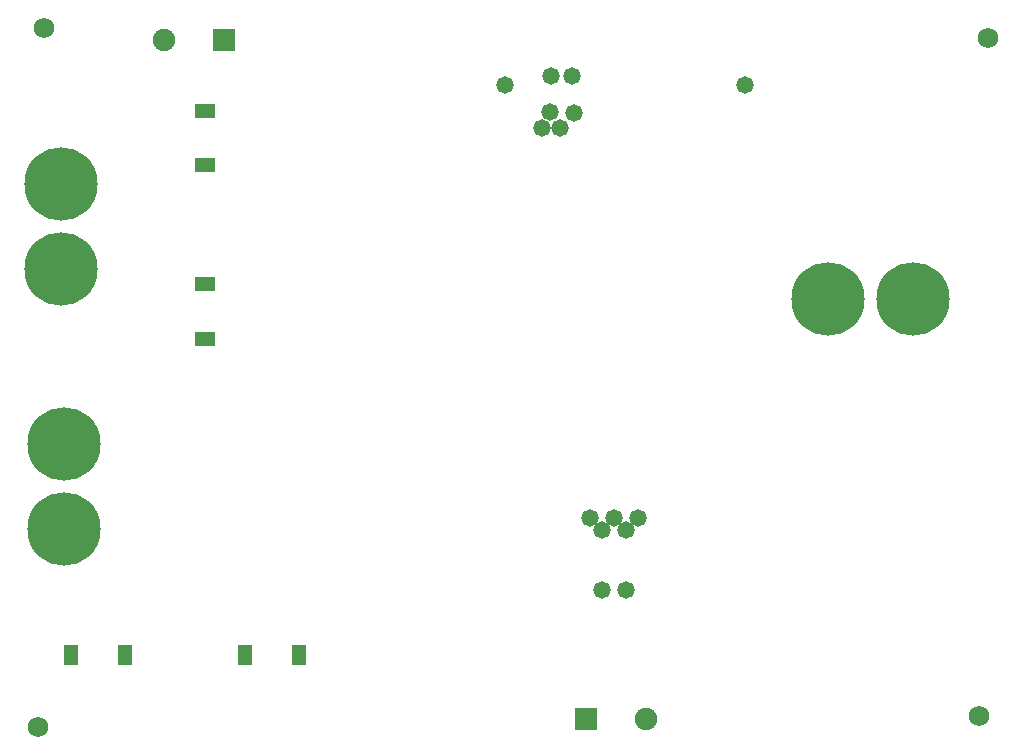
<source format=gbr>
%TF.GenerationSoftware,Altium Limited,Altium Designer,19.1.8 (144)*%
G04 Layer_Color=16711935*
%FSLAX26Y26*%
%MOIN*%
%TF.FileFunction,Soldermask,Bot*%
%TF.Part,Single*%
G01*
G75*
%TA.AperFunction,ComponentPad*%
%ADD36R,0.067055X0.047370*%
%ADD37R,0.047370X0.067055*%
%ADD38C,0.244220*%
%TA.AperFunction,ViaPad*%
%ADD39C,0.068000*%
%TA.AperFunction,ComponentPad*%
%ADD40R,0.074929X0.074929*%
%ADD41C,0.074929*%
%TA.AperFunction,ViaPad*%
%ADD42C,0.058000*%
D36*
X695000Y1997638D02*
D03*
X695197Y2178740D02*
D03*
X695000Y1600000D02*
D03*
X695197Y1416929D02*
D03*
D37*
X827638Y365000D02*
D03*
X1008740Y364803D02*
D03*
X430000Y365000D02*
D03*
X246929Y364803D02*
D03*
D38*
X225000Y1068465D02*
D03*
Y785000D02*
D03*
X215000Y1933465D02*
D03*
Y1650000D02*
D03*
X3055630Y1550000D02*
D03*
X2772165D02*
D03*
D39*
X3305000Y2420000D02*
D03*
X3275000Y160000D02*
D03*
X140000Y125000D02*
D03*
X160000Y2455000D02*
D03*
D40*
X1965000Y150000D02*
D03*
X760000Y2415000D02*
D03*
D41*
X2165000Y150000D02*
D03*
X560000Y2415000D02*
D03*
D42*
X1820000Y2120000D02*
D03*
X1880000D02*
D03*
X2140000Y820000D02*
D03*
X2060000D02*
D03*
X1980000D02*
D03*
X2100000Y780000D02*
D03*
X2020000D02*
D03*
X2100000Y580000D02*
D03*
X2020000D02*
D03*
X1925000Y2170000D02*
D03*
X1845000Y2175000D02*
D03*
X1920000Y2295000D02*
D03*
X1850000D02*
D03*
X1695000Y2265000D02*
D03*
X2495000D02*
D03*
%TF.MD5,2f4b4cc36cf82cabb34052f42e2d8047*%
M02*

</source>
